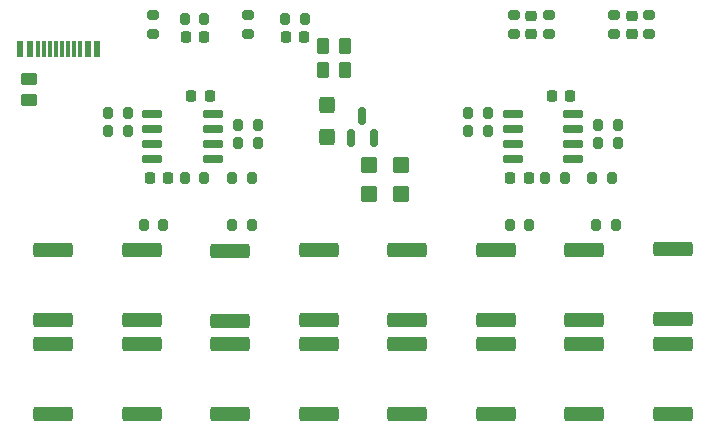
<source format=gbr>
%TF.GenerationSoftware,KiCad,Pcbnew,(6.0.4)*%
%TF.CreationDate,2023-01-21T01:53:36+00:00*%
%TF.ProjectId,Diff_probe,44696666-5f70-4726-9f62-652e6b696361,rev?*%
%TF.SameCoordinates,Original*%
%TF.FileFunction,Paste,Top*%
%TF.FilePolarity,Positive*%
%FSLAX46Y46*%
G04 Gerber Fmt 4.6, Leading zero omitted, Abs format (unit mm)*
G04 Created by KiCad (PCBNEW (6.0.4)) date 2023-01-21 01:53:36*
%MOMM*%
%LPD*%
G01*
G04 APERTURE LIST*
G04 Aperture macros list*
%AMRoundRect*
0 Rectangle with rounded corners*
0 $1 Rounding radius*
0 $2 $3 $4 $5 $6 $7 $8 $9 X,Y pos of 4 corners*
0 Add a 4 corners polygon primitive as box body*
4,1,4,$2,$3,$4,$5,$6,$7,$8,$9,$2,$3,0*
0 Add four circle primitives for the rounded corners*
1,1,$1+$1,$2,$3*
1,1,$1+$1,$4,$5*
1,1,$1+$1,$6,$7*
1,1,$1+$1,$8,$9*
0 Add four rect primitives between the rounded corners*
20,1,$1+$1,$2,$3,$4,$5,0*
20,1,$1+$1,$4,$5,$6,$7,0*
20,1,$1+$1,$6,$7,$8,$9,0*
20,1,$1+$1,$8,$9,$2,$3,0*%
G04 Aperture macros list end*
%ADD10RoundRect,0.250000X0.262500X0.450000X-0.262500X0.450000X-0.262500X-0.450000X0.262500X-0.450000X0*%
%ADD11RoundRect,0.250000X-0.262500X-0.450000X0.262500X-0.450000X0.262500X0.450000X-0.262500X0.450000X0*%
%ADD12RoundRect,0.200000X-0.200000X-0.275000X0.200000X-0.275000X0.200000X0.275000X-0.200000X0.275000X0*%
%ADD13RoundRect,0.225000X0.225000X0.250000X-0.225000X0.250000X-0.225000X-0.250000X0.225000X-0.250000X0*%
%ADD14RoundRect,0.225000X-0.250000X0.225000X-0.250000X-0.225000X0.250000X-0.225000X0.250000X0.225000X0*%
%ADD15RoundRect,0.250000X1.425000X-0.362500X1.425000X0.362500X-1.425000X0.362500X-1.425000X-0.362500X0*%
%ADD16RoundRect,0.200000X0.200000X0.275000X-0.200000X0.275000X-0.200000X-0.275000X0.200000X-0.275000X0*%
%ADD17RoundRect,0.250000X-0.450000X0.262500X-0.450000X-0.262500X0.450000X-0.262500X0.450000X0.262500X0*%
%ADD18RoundRect,0.200000X0.275000X-0.200000X0.275000X0.200000X-0.275000X0.200000X-0.275000X-0.200000X0*%
%ADD19R,0.600000X1.450000*%
%ADD20R,0.300000X1.450000*%
%ADD21RoundRect,0.150000X-0.725000X-0.150000X0.725000X-0.150000X0.725000X0.150000X-0.725000X0.150000X0*%
%ADD22RoundRect,0.250000X0.450000X0.425000X-0.450000X0.425000X-0.450000X-0.425000X0.450000X-0.425000X0*%
%ADD23RoundRect,0.250000X-0.425000X0.450000X-0.425000X-0.450000X0.425000X-0.450000X0.425000X0.450000X0*%
%ADD24RoundRect,0.150000X0.150000X-0.587500X0.150000X0.587500X-0.150000X0.587500X-0.150000X-0.587500X0*%
G04 APERTURE END LIST*
D10*
%TO.C,R42*%
X152712500Y-26300000D03*
X150887500Y-26300000D03*
%TD*%
D11*
%TO.C,R41*%
X150887500Y-24300000D03*
X152712500Y-24300000D03*
%TD*%
D12*
%TO.C,R32*%
X173675000Y-35500000D03*
X175325000Y-35500000D03*
%TD*%
D13*
%TO.C,C6*%
X140775000Y-23500000D03*
X139225000Y-23500000D03*
%TD*%
D14*
%TO.C,C10*%
X168500000Y-21725000D03*
X168500000Y-23275000D03*
%TD*%
D15*
%TO.C,R2*%
X143000000Y-55462500D03*
X143000000Y-49537500D03*
%TD*%
%TO.C,R3*%
X128000000Y-55462500D03*
X128000000Y-49537500D03*
%TD*%
D12*
%TO.C,R17*%
X143675000Y-32500000D03*
X145325000Y-32500000D03*
%TD*%
%TO.C,R30*%
X169675000Y-35500000D03*
X171325000Y-35500000D03*
%TD*%
D16*
%TO.C,R18*%
X145325000Y-31000000D03*
X143675000Y-31000000D03*
%TD*%
D12*
%TO.C,R9*%
X132675000Y-30000000D03*
X134325000Y-30000000D03*
%TD*%
%TO.C,R29*%
X166675000Y-39500000D03*
X168325000Y-39500000D03*
%TD*%
%TO.C,R31*%
X174000000Y-39500000D03*
X175650000Y-39500000D03*
%TD*%
D16*
%TO.C,R7*%
X134325000Y-31500000D03*
X132675000Y-31500000D03*
%TD*%
D15*
%TO.C,R13*%
X143000000Y-47552500D03*
X143000000Y-41627500D03*
%TD*%
D17*
%TO.C,FB1*%
X126000000Y-27087500D03*
X126000000Y-28912500D03*
%TD*%
D15*
%TO.C,R27*%
X173000000Y-47462500D03*
X173000000Y-41537500D03*
%TD*%
D18*
%TO.C,R38*%
X175500000Y-23325000D03*
X175500000Y-21675000D03*
%TD*%
D19*
%TO.C,J2*%
X131750000Y-24595000D03*
X130950000Y-24595000D03*
D20*
X129750000Y-24595000D03*
X128750000Y-24595000D03*
X128250000Y-24595000D03*
X127250000Y-24595000D03*
D19*
X125250000Y-24595000D03*
X126050000Y-24595000D03*
D20*
X126750000Y-24595000D03*
X127750000Y-24595000D03*
X129250000Y-24595000D03*
X130250000Y-24595000D03*
%TD*%
D21*
%TO.C,U1*%
X136425000Y-30095000D03*
X136425000Y-31365000D03*
X136425000Y-32635000D03*
X136425000Y-33905000D03*
X141575000Y-33905000D03*
X141575000Y-32635000D03*
X141575000Y-31365000D03*
X141575000Y-30095000D03*
%TD*%
D15*
%TO.C,R4*%
X135500000Y-55462500D03*
X135500000Y-49537500D03*
%TD*%
D12*
%TO.C,R15*%
X143175000Y-39500000D03*
X144825000Y-39500000D03*
%TD*%
D18*
%TO.C,R19*%
X144500000Y-23325000D03*
X144500000Y-21675000D03*
%TD*%
D15*
%TO.C,R23*%
X173000000Y-55462500D03*
X173000000Y-49537500D03*
%TD*%
%TO.C,R25*%
X158000000Y-47462500D03*
X158000000Y-41537500D03*
%TD*%
D12*
%TO.C,R11*%
X139175000Y-22000000D03*
X140825000Y-22000000D03*
%TD*%
D13*
%TO.C,C9*%
X149275000Y-23500000D03*
X147725000Y-23500000D03*
%TD*%
D18*
%TO.C,R37*%
X167000000Y-23325000D03*
X167000000Y-21675000D03*
%TD*%
%TO.C,R10*%
X136500000Y-23325000D03*
X136500000Y-21675000D03*
%TD*%
D13*
%TO.C,C5*%
X168275000Y-35500000D03*
X166725000Y-35500000D03*
%TD*%
D18*
%TO.C,R40*%
X178500000Y-23325000D03*
X178500000Y-21675000D03*
%TD*%
D12*
%TO.C,R6*%
X135675000Y-39500000D03*
X137325000Y-39500000D03*
%TD*%
D15*
%TO.C,R24*%
X180500000Y-55425000D03*
X180500000Y-49500000D03*
%TD*%
D18*
%TO.C,R39*%
X170000000Y-23325000D03*
X170000000Y-21675000D03*
%TD*%
D15*
%TO.C,R22*%
X165500000Y-55500000D03*
X165500000Y-49575000D03*
%TD*%
D12*
%TO.C,R34*%
X174175000Y-32500000D03*
X175825000Y-32500000D03*
%TD*%
D16*
%TO.C,R33*%
X164825000Y-31500000D03*
X163175000Y-31500000D03*
%TD*%
D15*
%TO.C,R14*%
X150500000Y-47462500D03*
X150500000Y-41537500D03*
%TD*%
%TO.C,R1*%
X128000000Y-47462500D03*
X128000000Y-41537500D03*
%TD*%
D22*
%TO.C,C1*%
X157500000Y-34362500D03*
X154800000Y-34362500D03*
%TD*%
D12*
%TO.C,R20*%
X147675000Y-22000000D03*
X149325000Y-22000000D03*
%TD*%
D13*
%TO.C,C7*%
X171775000Y-28500000D03*
X170225000Y-28500000D03*
%TD*%
D23*
%TO.C,C3*%
X151206250Y-29287500D03*
X151206250Y-31987500D03*
%TD*%
D14*
%TO.C,C11*%
X177000000Y-21725000D03*
X177000000Y-23275000D03*
%TD*%
D22*
%TO.C,C4*%
X157500000Y-36862500D03*
X154800000Y-36862500D03*
%TD*%
D15*
%TO.C,R12*%
X150500000Y-55462500D03*
X150500000Y-49537500D03*
%TD*%
D21*
%TO.C,U2*%
X166925000Y-30095000D03*
X166925000Y-31365000D03*
X166925000Y-32635000D03*
X166925000Y-33905000D03*
X172075000Y-33905000D03*
X172075000Y-32635000D03*
X172075000Y-31365000D03*
X172075000Y-30095000D03*
%TD*%
D15*
%TO.C,R21*%
X158000000Y-55500000D03*
X158000000Y-49575000D03*
%TD*%
D24*
%TO.C,U3*%
X153256250Y-32075000D03*
X155156250Y-32075000D03*
X154206250Y-30200000D03*
%TD*%
D12*
%TO.C,R35*%
X163175000Y-30000000D03*
X164825000Y-30000000D03*
%TD*%
D15*
%TO.C,R26*%
X165500000Y-47500000D03*
X165500000Y-41575000D03*
%TD*%
%TO.C,R28*%
X180500000Y-47395000D03*
X180500000Y-41470000D03*
%TD*%
D12*
%TO.C,R16*%
X143175000Y-35500000D03*
X144825000Y-35500000D03*
%TD*%
D13*
%TO.C,C8*%
X141275000Y-28500000D03*
X139725000Y-28500000D03*
%TD*%
D12*
%TO.C,R8*%
X139175000Y-35500000D03*
X140825000Y-35500000D03*
%TD*%
D15*
%TO.C,R5*%
X135500000Y-47462500D03*
X135500000Y-41537500D03*
%TD*%
D13*
%TO.C,C2*%
X137775000Y-35500000D03*
X136225000Y-35500000D03*
%TD*%
D16*
%TO.C,R36*%
X175825000Y-31000000D03*
X174175000Y-31000000D03*
%TD*%
M02*

</source>
